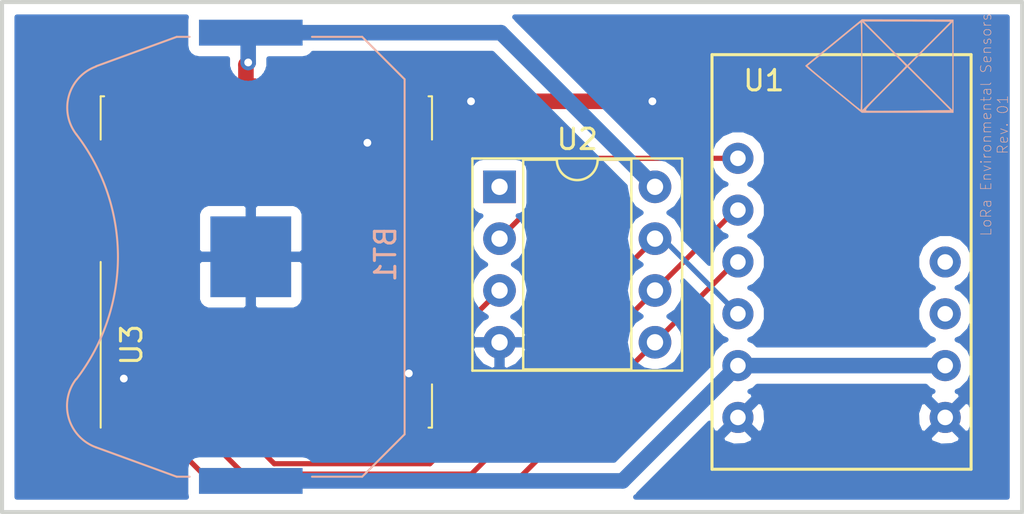
<source format=kicad_pcb>
(kicad_pcb (version 20171130) (host pcbnew "(5.0.1)-4")

  (general
    (thickness 1.6)
    (drawings 5)
    (tracks 49)
    (zones 0)
    (modules 5)
    (nets 19)
  )

  (page A4)
  (title_block
    (title "LoRa Environmental Sensors")
    (rev 01)
    (comment 2 creativecommons.org/licenses/by/4.0/)
    (comment 3 "License CC BY 4.0")
    (comment 4 "Author: Spielhuus")
  )

  (layers
    (0 F.Cu signal)
    (31 B.Cu signal hide)
    (32 B.Adhes user)
    (33 F.Adhes user)
    (34 B.Paste user)
    (35 F.Paste user)
    (36 B.SilkS user)
    (37 F.SilkS user)
    (38 B.Mask user)
    (39 F.Mask user)
    (40 Dwgs.User user)
    (41 Cmts.User user)
    (42 Eco1.User user)
    (43 Eco2.User user)
    (44 Edge.Cuts user)
    (45 Margin user)
    (46 B.CrtYd user)
    (47 F.CrtYd user)
    (48 B.Fab user)
    (49 F.Fab user)
  )

  (setup
    (last_trace_width 0.254)
    (user_trace_width 0.762)
    (trace_clearance 0.254)
    (zone_clearance 0.508)
    (zone_45_only no)
    (trace_min 0.1524)
    (segment_width 0.2)
    (edge_width 0.2)
    (via_size 0.762)
    (via_drill 0.381)
    (via_min_size 0.6858)
    (via_min_drill 0.3302)
    (uvia_size 0.3)
    (uvia_drill 0.1)
    (uvias_allowed no)
    (uvia_min_size 0.2)
    (uvia_min_drill 0.1)
    (pcb_text_width 0.3)
    (pcb_text_size 1.5 1.5)
    (mod_edge_width 0.15)
    (mod_text_size 1 1)
    (mod_text_width 0.15)
    (pad_size 1.524 1.524)
    (pad_drill 0.762)
    (pad_to_mask_clearance 0.0508)
    (solder_mask_min_width 0.25)
    (aux_axis_origin 0 0)
    (visible_elements 7FFFFFFF)
    (pcbplotparams
      (layerselection 0x010f0_ffffffff)
      (usegerberextensions true)
      (usegerberattributes false)
      (usegerberadvancedattributes false)
      (creategerberjobfile false)
      (excludeedgelayer true)
      (linewidth 0.100000)
      (plotframeref false)
      (viasonmask false)
      (mode 1)
      (useauxorigin false)
      (hpglpennumber 1)
      (hpglpenspeed 20)
      (hpglpendiameter 15.000000)
      (psnegative false)
      (psa4output false)
      (plotreference true)
      (plotvalue false)
      (plotinvisibletext false)
      (padsonsilk false)
      (subtractmaskfromsilk false)
      (outputformat 1)
      (mirror false)
      (drillshape 0)
      (scaleselection 1)
      (outputdirectory "gerbers/"))
  )

  (net 0 "")
  (net 1 GND)
  (net 2 VCC)
  (net 3 /MISO)
  (net 4 /SCK)
  (net 5 /MOSI)
  (net 6 /CS)
  (net 7 /NSS)
  (net 8 "Net-(U3-Pad6)")
  (net 9 "Net-(U3-Pad7)")
  (net 10 "Net-(U3-Pad9)")
  (net 11 "Net-(U3-Pad11)")
  (net 12 "Net-(U3-Pad12)")
  (net 13 "Net-(U3-Pad14)")
  (net 14 "Net-(U3-Pad15)")
  (net 15 "Net-(U3-Pad16)")
  (net 16 "Net-(U1-Pad3)")
  (net 17 "Net-(U1-Pad4)")
  (net 18 "Net-(U2-Pad1)")

  (net_class Default "This is the default net class."
    (clearance 0.254)
    (trace_width 0.254)
    (via_dia 0.762)
    (via_drill 0.381)
    (uvia_dia 0.3)
    (uvia_drill 0.1)
    (add_net /CS)
    (add_net /MISO)
    (add_net /MOSI)
    (add_net /NSS)
    (add_net /SCK)
    (add_net GND)
    (add_net "Net-(U1-Pad3)")
    (add_net "Net-(U1-Pad4)")
    (add_net "Net-(U2-Pad1)")
    (add_net "Net-(U3-Pad11)")
    (add_net "Net-(U3-Pad12)")
    (add_net "Net-(U3-Pad14)")
    (add_net "Net-(U3-Pad15)")
    (add_net "Net-(U3-Pad16)")
    (add_net "Net-(U3-Pad6)")
    (add_net "Net-(U3-Pad7)")
    (add_net "Net-(U3-Pad9)")
    (add_net VCC)
  )

  (net_class Current ""
    (clearance 0.254)
    (trace_width 0.762)
    (via_dia 0.762)
    (via_drill 0.381)
    (uvia_dia 0.3)
    (uvia_drill 0.1)
  )

  (module Package_DIP:DIP-8_W7.62mm_Socket (layer F.Cu) (tedit 5A02E8C5) (tstamp 5C05C43F)
    (at 152.527 74.041)
    (descr "8-lead though-hole mounted DIP package, row spacing 7.62 mm (300 mils), Socket")
    (tags "THT DIP DIL PDIP 2.54mm 7.62mm 300mil Socket")
    (path /5BE763EE)
    (fp_text reference U2 (at 3.81 -2.33) (layer F.SilkS)
      (effects (font (size 1 1) (thickness 0.15)))
    )
    (fp_text value ATtiny85-20SU (at 3.81 9.95) (layer F.Fab)
      (effects (font (size 1 1) (thickness 0.15)))
    )
    (fp_arc (start 3.81 -1.33) (end 2.81 -1.33) (angle -180) (layer F.SilkS) (width 0.12))
    (fp_line (start 1.635 -1.27) (end 6.985 -1.27) (layer F.Fab) (width 0.1))
    (fp_line (start 6.985 -1.27) (end 6.985 8.89) (layer F.Fab) (width 0.1))
    (fp_line (start 6.985 8.89) (end 0.635 8.89) (layer F.Fab) (width 0.1))
    (fp_line (start 0.635 8.89) (end 0.635 -0.27) (layer F.Fab) (width 0.1))
    (fp_line (start 0.635 -0.27) (end 1.635 -1.27) (layer F.Fab) (width 0.1))
    (fp_line (start -1.27 -1.33) (end -1.27 8.95) (layer F.Fab) (width 0.1))
    (fp_line (start -1.27 8.95) (end 8.89 8.95) (layer F.Fab) (width 0.1))
    (fp_line (start 8.89 8.95) (end 8.89 -1.33) (layer F.Fab) (width 0.1))
    (fp_line (start 8.89 -1.33) (end -1.27 -1.33) (layer F.Fab) (width 0.1))
    (fp_line (start 2.81 -1.33) (end 1.16 -1.33) (layer F.SilkS) (width 0.12))
    (fp_line (start 1.16 -1.33) (end 1.16 8.95) (layer F.SilkS) (width 0.12))
    (fp_line (start 1.16 8.95) (end 6.46 8.95) (layer F.SilkS) (width 0.12))
    (fp_line (start 6.46 8.95) (end 6.46 -1.33) (layer F.SilkS) (width 0.12))
    (fp_line (start 6.46 -1.33) (end 4.81 -1.33) (layer F.SilkS) (width 0.12))
    (fp_line (start -1.33 -1.39) (end -1.33 9.01) (layer F.SilkS) (width 0.12))
    (fp_line (start -1.33 9.01) (end 8.95 9.01) (layer F.SilkS) (width 0.12))
    (fp_line (start 8.95 9.01) (end 8.95 -1.39) (layer F.SilkS) (width 0.12))
    (fp_line (start 8.95 -1.39) (end -1.33 -1.39) (layer F.SilkS) (width 0.12))
    (fp_line (start -1.55 -1.6) (end -1.55 9.2) (layer F.CrtYd) (width 0.05))
    (fp_line (start -1.55 9.2) (end 9.15 9.2) (layer F.CrtYd) (width 0.05))
    (fp_line (start 9.15 9.2) (end 9.15 -1.6) (layer F.CrtYd) (width 0.05))
    (fp_line (start 9.15 -1.6) (end -1.55 -1.6) (layer F.CrtYd) (width 0.05))
    (fp_text user %R (at 3.81 3.81) (layer F.Fab)
      (effects (font (size 1 1) (thickness 0.15)))
    )
    (pad 1 thru_hole rect (at 0 0) (size 1.6 1.6) (drill 0.8) (layers *.Cu *.Mask)
      (net 18 "Net-(U2-Pad1)"))
    (pad 5 thru_hole oval (at 7.62 7.62) (size 1.6 1.6) (drill 0.8) (layers *.Cu *.Mask)
      (net 3 /MISO))
    (pad 2 thru_hole oval (at 0 2.54) (size 1.6 1.6) (drill 0.8) (layers *.Cu *.Mask)
      (net 6 /CS))
    (pad 6 thru_hole oval (at 7.62 5.08) (size 1.6 1.6) (drill 0.8) (layers *.Cu *.Mask)
      (net 5 /MOSI))
    (pad 3 thru_hole oval (at 0 5.08) (size 1.6 1.6) (drill 0.8) (layers *.Cu *.Mask)
      (net 7 /NSS))
    (pad 7 thru_hole oval (at 7.62 2.54) (size 1.6 1.6) (drill 0.8) (layers *.Cu *.Mask)
      (net 4 /SCK))
    (pad 4 thru_hole oval (at 0 7.62) (size 1.6 1.6) (drill 0.8) (layers *.Cu *.Mask)
      (net 1 GND))
    (pad 8 thru_hole oval (at 7.62 0) (size 1.6 1.6) (drill 0.8) (layers *.Cu *.Mask)
      (net 2 VCC))
    (model ${KISYS3DMOD}/Package_DIP.3dshapes/DIP-8_W7.62mm_Socket.wrl
      (at (xyz 0 0 0))
      (scale (xyz 1 1 1))
      (rotate (xyz 0 0 0))
    )
  )

  (module "SparfunBME280:Sparkfun bme280" (layer F.Cu) (tedit 5BF95FA2) (tstamp 5C10AC75)
    (at 169.291 77.724 180)
    (path /5BF9703C)
    (fp_text reference U1 (at 3.81 8.89 180) (layer F.SilkS)
      (effects (font (size 1 1) (thickness 0.15)))
    )
    (fp_text value BME280BreakoutBoard (at -2.54 0 270) (layer F.Fab)
      (effects (font (size 1 1) (thickness 0.15)))
    )
    (fp_line (start -6.35 10.16) (end -6.35 -10.16) (layer F.SilkS) (width 0.15))
    (fp_line (start 6.35 -10.16) (end 6.35 10.16) (layer F.SilkS) (width 0.15))
    (fp_line (start 6.35 -10.16) (end -6.35 -10.16) (layer F.SilkS) (width 0.15))
    (fp_line (start -6.35 10.16) (end 6.35 10.16) (layer F.SilkS) (width 0.15))
    (pad 1 thru_hole circle (at -5.08 -7.62 180) (size 1.524 1.524) (drill 0.762) (layers *.Cu *.Mask)
      (net 1 GND))
    (pad 2 thru_hole circle (at -5.08 -5.08 180) (size 1.524 1.524) (drill 0.762) (layers *.Cu *.Mask)
      (net 2 VCC))
    (pad 3 thru_hole circle (at -5.08 -2.54 180) (size 1.524 1.524) (drill 0.762) (layers *.Cu *.Mask)
      (net 16 "Net-(U1-Pad3)"))
    (pad 4 thru_hole circle (at -5.08 0 180) (size 1.524 1.524) (drill 0.762) (layers *.Cu *.Mask)
      (net 17 "Net-(U1-Pad4)"))
    (pad 6 thru_hole circle (at 5.08 -5.08 180) (size 1.524 1.524) (drill 0.762) (layers *.Cu *.Mask)
      (net 2 VCC))
    (pad 7 thru_hole circle (at 5.08 -2.54 180) (size 1.524 1.524) (drill 0.762) (layers *.Cu *.Mask)
      (net 4 /SCK))
    (pad 8 thru_hole circle (at 5.08 0 180) (size 1.524 1.524) (drill 0.762) (layers *.Cu *.Mask)
      (net 3 /MISO))
    (pad 9 thru_hole circle (at 5.08 2.54 180) (size 1.524 1.524) (drill 0.762) (layers *.Cu *.Mask)
      (net 5 /MOSI))
    (pad 10 thru_hole circle (at 5.08 5.08 180) (size 1.524 1.524) (drill 0.762) (layers *.Cu *.Mask)
      (net 6 /CS))
    (pad 5 thru_hole circle (at 5.08 -7.62 180) (size 1.524 1.524) (drill 0.762) (layers *.Cu *.Mask)
      (net 1 GND))
  )

  (module Battery:BatteryHolder_Keystone_3034_1x20mm (layer B.Cu) (tedit 595D9565) (tstamp 5BE9F554)
    (at 140.335 77.47 90)
    (descr "Keystone 3034 SMD battery holder for 2020, 2025 and 2032 coincell batteries. http://www.keyelco.com/product-pdf.cfm?p=798")
    (tags "Keystone type 3034 coin cell retainer")
    (path /5BE78F9D)
    (attr smd)
    (fp_text reference BT1 (at 0.127 6.604 90) (layer B.SilkS)
      (effects (font (size 1 1) (thickness 0.15)) (justify mirror))
    )
    (fp_text value Battery_Cell (at 0 -11.5 90) (layer B.Fab)
      (effects (font (size 1 1) (thickness 0.15)) (justify mirror))
    )
    (fp_text user %R (at 0 2.9 90) (layer B.Fab)
      (effects (font (size 1 1) (thickness 0.15)) (justify mirror))
    )
    (fp_circle (center 0 0) (end 0 -10.25) (layer Dwgs.User) (width 0.15))
    (fp_arc (start 0 -16.36) (end 6 -8.55) (angle 75.1) (layer B.SilkS) (width 0.1))
    (fp_arc (start -7.31 -6.85) (end -9.34 -7.58) (angle 107.5) (layer B.SilkS) (width 0.1))
    (fp_line (start -10.78 -3.63) (end -9.34 -7.58) (layer B.SilkS) (width 0.1))
    (fp_line (start -8.7 7.54) (end -10.78 5.46) (layer B.SilkS) (width 0.1))
    (fp_line (start 8.7 7.54) (end -8.7 7.54) (layer B.SilkS) (width 0.1))
    (fp_line (start 8.7 7.54) (end 10.78 5.46) (layer B.SilkS) (width 0.1))
    (fp_line (start 10.78 -3.63) (end 9.34 -7.58) (layer B.SilkS) (width 0.1))
    (fp_arc (start 7.31 -6.85) (end 6 -8.55) (angle 107.5) (layer B.SilkS) (width 0.1))
    (fp_line (start -10.78 5.46) (end -10.78 3) (layer B.SilkS) (width 0.1))
    (fp_line (start -10.78 -3) (end -10.78 -3.63) (layer B.SilkS) (width 0.1))
    (fp_line (start 10.78 5.46) (end 10.78 3) (layer B.SilkS) (width 0.1))
    (fp_line (start 10.78 -3) (end 10.78 -3.63) (layer B.SilkS) (width 0.1))
    (fp_line (start -9.19 -7.53) (end -10.63 -3.6) (layer B.Fab) (width 0.1))
    (fp_line (start -10.63 -3.6) (end -10.63 5.4) (layer B.Fab) (width 0.1))
    (fp_line (start -10.63 5.4) (end -8.64 7.39) (layer B.Fab) (width 0.1))
    (fp_line (start -8.64 7.39) (end 8.64 7.39) (layer B.Fab) (width 0.1))
    (fp_line (start 8.64 7.39) (end 10.63 5.4) (layer B.Fab) (width 0.1))
    (fp_line (start 10.63 5.4) (end 10.63 -3.6) (layer B.Fab) (width 0.1))
    (fp_line (start 10.63 -3.6) (end 9.19 -7.53) (layer B.Fab) (width 0.1))
    (fp_arc (start 7.31 -6.85) (end 6.1 -8.43) (angle 107.5) (layer B.Fab) (width 0.1))
    (fp_arc (start 0 -16.36) (end 6.1 -8.43) (angle 75.1) (layer B.Fab) (width 0.1))
    (fp_arc (start -7.31 -6.85) (end -9.19 -7.53) (angle 107.5) (layer B.Fab) (width 0.1))
    (fp_line (start 11.87 2.79) (end 10.88 2.79) (layer B.CrtYd) (width 0.05))
    (fp_line (start 10.88 2.79) (end 10.88 5.5) (layer B.CrtYd) (width 0.05))
    (fp_line (start 10.88 5.5) (end 8.74 7.64) (layer B.CrtYd) (width 0.05))
    (fp_line (start 8.74 7.64) (end 7.2 7.64) (layer B.CrtYd) (width 0.05))
    (fp_arc (start 0 0) (end 7.2 7.64) (angle 86.6) (layer B.CrtYd) (width 0.05))
    (fp_line (start -7.2 7.64) (end -8.74 7.64) (layer B.CrtYd) (width 0.05))
    (fp_line (start -8.74 7.64) (end -10.88 5.5) (layer B.CrtYd) (width 0.05))
    (fp_line (start -10.88 5.5) (end -10.88 2.79) (layer B.CrtYd) (width 0.05))
    (fp_line (start -10.88 2.79) (end -11.87 2.79) (layer B.CrtYd) (width 0.05))
    (fp_line (start -11.87 2.79) (end -11.87 -2.79) (layer B.CrtYd) (width 0.05))
    (fp_line (start -11.87 -2.79) (end -10.88 -2.79) (layer B.CrtYd) (width 0.05))
    (fp_line (start -10.88 -2.79) (end -10.88 -3.64) (layer B.CrtYd) (width 0.05))
    (fp_line (start -10.88 -3.64) (end -9.44 -7.62) (layer B.CrtYd) (width 0.05))
    (fp_arc (start -7.31 -6.85) (end -9.43 -7.62) (angle 106.9) (layer B.CrtYd) (width 0.05))
    (fp_arc (start 0 0) (end -5.96 -8.64) (angle 69.1) (layer B.CrtYd) (width 0.05))
    (fp_arc (start 7.31 -6.85) (end 5.96 -8.64) (angle 106.9) (layer B.CrtYd) (width 0.05))
    (fp_line (start 9.43 -7.63) (end 10.88 -3.64) (layer B.CrtYd) (width 0.05))
    (fp_line (start 10.88 -3.64) (end 10.88 -2.79) (layer B.CrtYd) (width 0.05))
    (fp_line (start 10.88 -2.79) (end 11.87 -2.79) (layer B.CrtYd) (width 0.05))
    (fp_line (start 11.87 -2.79) (end 11.87 2.79) (layer B.CrtYd) (width 0.05))
    (pad 2 smd rect (at 0 0 90) (size 3.96 3.96) (layers B.Cu B.Paste B.Mask)
      (net 1 GND))
    (pad 1 smd rect (at 10.985 0 90) (size 1.27 5.08) (layers B.Cu B.Paste B.Mask)
      (net 2 VCC))
    (pad 1 smd rect (at -10.985 0 90) (size 1.27 5.08) (layers B.Cu B.Paste B.Mask)
      (net 2 VCC))
    (model ${KISYS3DMOD}/Battery.3dshapes/BatteryHolder_Keystone_3034_1x20mm.wrl
      (at (xyz 0 0 0))
      (scale (xyz 1 1 1))
      (rotate (xyz 0 0 0))
    )
  )

  (module RF_Module:HOPERF_RFM9XW_SMD (layer F.Cu) (tedit 5A030172) (tstamp 5BE9F612)
    (at 141.097 77.724 90)
    (descr " Low Power Long Range Transceiver Module SMD-16 http://www.hoperf.com/upload/rf/RFM95_96_97_98W.pdf")
    (tags " Low Power Long Range Transceiver Module")
    (path /5BE4AF31)
    (attr smd)
    (fp_text reference U3 (at -4.064 -6.604 90) (layer F.SilkS)
      (effects (font (size 1 1) (thickness 0.15)))
    )
    (fp_text value RFM95W-868S2 (at 0 9.5 90) (layer F.Fab)
      (effects (font (size 1 1) (thickness 0.15)))
    )
    (fp_line (start -8 -8) (end 8 -8) (layer F.Fab) (width 0.12))
    (fp_line (start 8 8) (end 8 -8) (layer F.Fab) (width 0.12))
    (fp_line (start -8 8) (end 8 8) (layer F.Fab) (width 0.12))
    (fp_line (start -8 8) (end -8 -8) (layer F.Fab) (width 0.12))
    (fp_text user %R (at 0 0 90) (layer F.Fab)
      (effects (font (size 1 1) (thickness 0.15)))
    )
    (fp_line (start -8.12 -8.12) (end 0 -8.12) (layer F.SilkS) (width 0.1))
    (fp_line (start 6 8.12) (end 8.12 8.12) (layer F.SilkS) (width 0.1))
    (fp_line (start -9.45 -8.25) (end 9.45 -8.25) (layer F.CrtYd) (width 0.05))
    (fp_line (start 9.45 -8.25) (end 9.45 8.25) (layer F.CrtYd) (width 0.05))
    (fp_line (start -9.45 8.25) (end 9.45 8.25) (layer F.CrtYd) (width 0.05))
    (fp_line (start -9.45 8.25) (end -9.45 -8.25) (layer F.CrtYd) (width 0.05))
    (fp_line (start 8.12 8.12) (end 8.12 7.95) (layer F.SilkS) (width 0.1))
    (fp_line (start -8.12 8.12) (end -6 8.12) (layer F.SilkS) (width 0.1))
    (fp_line (start -8.12 8.12) (end -8.12 7.95) (layer F.SilkS) (width 0.1))
    (fp_line (start 6 -8.12) (end 8.12 -8.12) (layer F.SilkS) (width 0.1))
    (fp_line (start 8.12 -8.12) (end 8.12 -7.95) (layer F.SilkS) (width 0.1))
    (pad 1 smd rect (at -8 -7 90) (size 2 1) (layers F.Cu F.Paste F.Mask)
      (net 1 GND))
    (pad 2 smd rect (at -8 -5 90) (size 2 1) (layers F.Cu F.Paste F.Mask)
      (net 3 /MISO))
    (pad 3 smd rect (at -8 -3 90) (size 2 1) (layers F.Cu F.Paste F.Mask)
      (net 5 /MOSI))
    (pad 4 smd rect (at -8 -1 90) (size 2 1) (layers F.Cu F.Paste F.Mask)
      (net 4 /SCK))
    (pad 5 smd rect (at -8 1 90) (size 2 1) (layers F.Cu F.Paste F.Mask)
      (net 7 /NSS))
    (pad 6 smd rect (at -8 3 90) (size 2 1) (layers F.Cu F.Paste F.Mask)
      (net 8 "Net-(U3-Pad6)"))
    (pad 7 smd rect (at -8 5 90) (size 2 1) (layers F.Cu F.Paste F.Mask)
      (net 9 "Net-(U3-Pad7)"))
    (pad 8 smd rect (at -8 7 90) (size 2 1) (layers F.Cu F.Paste F.Mask)
      (net 1 GND))
    (pad 9 smd rect (at 8 7 90) (size 2 1) (layers F.Cu F.Paste F.Mask)
      (net 10 "Net-(U3-Pad9)"))
    (pad 10 smd rect (at 8 5 90) (size 2 1) (layers F.Cu F.Paste F.Mask)
      (net 1 GND))
    (pad 11 smd rect (at 8 3 90) (size 2 1) (layers F.Cu F.Paste F.Mask)
      (net 11 "Net-(U3-Pad11)"))
    (pad 12 smd rect (at 8 1 90) (size 2 1) (layers F.Cu F.Paste F.Mask)
      (net 12 "Net-(U3-Pad12)"))
    (pad 13 smd rect (at 8 -1 90) (size 2 1) (layers F.Cu F.Paste F.Mask)
      (net 2 VCC))
    (pad 14 smd rect (at 8 -3 90) (size 2 1) (layers F.Cu F.Paste F.Mask)
      (net 13 "Net-(U3-Pad14)"))
    (pad 15 smd rect (at 8 -5 90) (size 2 1) (layers F.Cu F.Paste F.Mask)
      (net 14 "Net-(U3-Pad15)"))
    (pad 16 smd rect (at 8 -7 90) (size 2 1) (layers F.Cu F.Paste F.Mask)
      (net 15 "Net-(U3-Pad16)"))
    (model ${KISYS3DMOD}/RF_Module.3dshapes/HOPERF_RFM9XW_SMD.wrl
      (at (xyz 0 0 0))
      (scale (xyz 1 1 1))
      (rotate (xyz 0 0 0))
    )
  )

  (module graphic:spielhuus (layer B.Cu) (tedit 0) (tstamp 5BFA6058)
    (at 171.069 68.072 270)
    (fp_text reference G*** (at 0 0 270) (layer B.SilkS) hide
      (effects (font (size 1.524 1.524) (thickness 0.3)) (justify mirror))
    )
    (fp_text value LOGO (at 0.75 0 270) (layer B.SilkS) hide
      (effects (font (size 1.524 1.524) (thickness 0.3)) (justify mirror))
    )
    (fp_poly (pts (xy 0.050473 3.546591) (xy 0.077317 3.522246) (xy 0.122823 3.473273) (xy 0.192984 3.3926)
      (xy 0.293791 3.273157) (xy 0.431237 3.107873) (xy 0.611312 2.889678) (xy 0.840008 2.611501)
      (xy 1.123318 2.26627) (xy 1.333151 2.01042) (xy 2.336102 0.7874) (xy 2.3368 -3.7084)
      (xy -2.227868 -3.7084) (xy -2.227966 -3.6576) (xy -2.107902 -3.6576) (xy 2.209501 -3.6576)
      (xy 1.13015 -2.578249) (xy 0.0508 -1.498898) (xy -2.107902 -3.6576) (xy -2.227966 -3.6576)
      (xy -2.232221 -1.4605) (xy -2.232269 -1.435553) (xy -2.1336 -1.435553) (xy -2.133296 -1.888592)
      (xy -2.132427 -2.308526) (xy -2.131058 -2.684828) (xy -2.129255 -3.006972) (xy -2.127083 -3.264431)
      (xy -2.124607 -3.446678) (xy -2.121892 -3.543185) (xy -2.120447 -3.556) (xy -2.082641 -3.521497)
      (xy -1.982127 -3.423922) (xy -1.827908 -3.272174) (xy -1.628988 -3.075154) (xy -1.39437 -2.841762)
      (xy -1.133057 -2.580897) (xy -1.053642 -2.501451) (xy 0.00001 -1.446903) (xy 0.101589 -1.446903)
      (xy 1.155694 -2.501945) (xy 2.2098 -3.556987) (xy 2.2352 -1.587993) (xy 2.240381 -1.144828)
      (xy 2.24422 -0.729014) (xy 2.246681 -0.352573) (xy 2.24773 -0.027529) (xy 2.247331 0.234095)
      (xy 2.245451 0.420275) (xy 2.242054 0.518988) (xy 2.241304 0.526357) (xy 2.232378 0.564563)
      (xy 2.212772 0.582152) (xy 2.174789 0.572606) (xy 2.110733 0.529409) (xy 2.012905 0.446043)
      (xy 1.873608 0.315993) (xy 1.685146 0.132741) (xy 1.43982 -0.110229) (xy 1.161798 -0.387595)
      (xy 0.101589 -1.446903) (xy 0.00001 -1.446903) (xy -2.1336 0.684893) (xy -2.1336 -1.435553)
      (xy -2.232269 -1.435553) (xy -2.236525 0.762) (xy -2.107293 0.762) (xy -1.0414 -0.3048)
      (xy -0.77183 -0.573747) (xy -0.525562 -0.817812) (xy -0.311674 -1.028128) (xy -0.139244 -1.195828)
      (xy -0.01735 -1.312046) (xy 0.04493 -1.367915) (xy 0.0508 -1.3716) (xy 0.091959 -1.337042)
      (xy 0.195655 -1.239282) (xy 0.352809 -1.087186) (xy 0.554343 -0.889619) (xy 0.791179 -0.65545)
      (xy 1.054239 -0.393544) (xy 1.143 -0.3048) (xy 2.208892 0.762) (xy -2.107293 0.762)
      (xy -2.236525 0.762) (xy -2.236575 0.7874) (xy -2.194604 0.838627) (xy -2.0828 0.838627)
      (xy -2.03375 0.833125) (xy -1.893594 0.828024) (xy -1.672827 0.823451) (xy -1.381943 0.819531)
      (xy -1.031437 0.816393) (xy -0.631804 0.814164) (xy -0.193536 0.81297) (xy 0.0508 0.8128)
      (xy 0.505286 0.813507) (xy 0.926701 0.815525) (xy 1.304549 0.818703) (xy 1.628336 0.822892)
      (xy 1.887569 0.827939) (xy 2.071753 0.833693) (xy 2.170392 0.840003) (xy 2.1844 0.843521)
      (xy 2.153955 0.893497) (xy 2.072296 1.002041) (xy 1.953933 1.150248) (xy 1.882271 1.237221)
      (xy 1.751675 1.394915) (xy 1.573554 1.611118) (xy 1.364553 1.865568) (xy 1.141315 2.138005)
      (xy 0.937272 2.3876) (xy 0.731699 2.638374) (xy 0.539933 2.870421) (xy 0.374252 3.069033)
      (xy 0.246931 3.219499) (xy 0.170247 3.30711) (xy 0.166238 3.311422) (xy 0.038074 3.447843)
      (xy -0.450863 2.848579) (xy -0.662547 2.589658) (xy -0.912727 2.284479) (xy -1.175123 1.965052)
      (xy -1.423454 1.663391) (xy -1.5113 1.556884) (xy -1.695878 1.331859) (xy -1.855637 1.134435)
      (xy -1.980206 0.97765) (xy -2.059208 0.874542) (xy -2.0828 0.838627) (xy -2.194604 0.838627)
      (xy -1.11279 2.159) (xy -0.850136 2.479501) (xy -0.608262 2.774503) (xy -0.394615 3.034935)
      (xy -0.216644 3.251724) (xy -0.081795 3.415797) (xy 0.002483 3.518081) (xy 0.028809 3.549679)
      (xy 0.036301 3.553379) (xy 0.050473 3.546591)) (layer B.SilkS) (width 0.01))
  )

  (gr_text "LoRa Environmental Sensors\nRev. 01" (at 176.784 70.993 90) (layer B.SilkS)
    (effects (font (size 0.508 0.508) (thickness 0.03175)))
  )
  (gr_line (start 178.143 64.984) (end 128.143 64.984) (layer Edge.Cuts) (width 0.2))
  (gr_line (start 178.143 64.984) (end 178.143 89.984) (layer Edge.Cuts) (width 0.2))
  (gr_line (start 128.143 89.984) (end 178.143 89.984) (layer Edge.Cuts) (width 0.2))
  (gr_line (start 128.143 64.984) (end 128.143 89.984) (layer Edge.Cuts) (width 0.2))

  (via (at 134.112 83.439) (size 0.762) (drill 0.381) (layers F.Cu B.Cu) (net 1))
  (segment (start 134.097 85.724) (end 134.097 83.454) (width 0.762) (layer F.Cu) (net 1))
  (segment (start 134.097 83.454) (end 134.112 83.439) (width 0.762) (layer F.Cu) (net 1))
  (via (at 148.082 83.185) (size 0.762) (drill 0.381) (layers F.Cu B.Cu) (net 1))
  (segment (start 148.097 85.724) (end 148.097 83.2) (width 0.762) (layer F.Cu) (net 1))
  (segment (start 148.097 83.2) (end 148.082 83.185) (width 0.762) (layer F.Cu) (net 1))
  (via (at 146.05 71.882) (size 0.762) (drill 0.381) (layers F.Cu B.Cu) (net 1))
  (segment (start 146.097 69.724) (end 146.097 71.835) (width 0.762) (layer F.Cu) (net 1))
  (segment (start 146.097 71.835) (end 146.05 71.882) (width 0.762) (layer F.Cu) (net 1))
  (via (at 151.13 69.85) (size 0.762) (drill 0.381) (layers F.Cu B.Cu) (net 1))
  (via (at 160.02 69.85) (size 0.762) (drill 0.381) (layers F.Cu B.Cu) (net 1))
  (segment (start 151.13 69.85) (end 160.02 69.85) (width 0.762) (layer F.Cu) (net 1))
  (segment (start 143.129 66.485) (end 140.335 66.485) (width 0.254) (layer B.Cu) (net 2))
  (segment (start 158.56 88.455) (end 164.211 82.804) (width 0.762) (layer B.Cu) (net 2))
  (segment (start 140.335 88.455) (end 158.56 88.455) (width 0.762) (layer B.Cu) (net 2))
  (segment (start 164.211 82.804) (end 174.371 82.804) (width 0.762) (layer B.Cu) (net 2))
  (via (at 140.208 67.945) (size 0.762) (drill 0.381) (layers F.Cu B.Cu) (net 2))
  (segment (start 140.097 69.724) (end 140.097 68.056) (width 0.762) (layer F.Cu) (net 2))
  (segment (start 140.097 68.056) (end 140.208 67.945) (width 0.762) (layer F.Cu) (net 2))
  (segment (start 140.208 66.612) (end 140.335 66.485) (width 0.762) (layer B.Cu) (net 2))
  (segment (start 140.208 67.945) (end 140.208 66.612) (width 0.762) (layer B.Cu) (net 2))
  (segment (start 152.591 66.485) (end 160.147 74.041) (width 0.762) (layer B.Cu) (net 2))
  (segment (start 140.335 66.485) (end 152.591 66.485) (width 0.762) (layer B.Cu) (net 2))
  (segment (start 164.084 77.724) (end 164.211 77.724) (width 0.254) (layer F.Cu) (net 3))
  (segment (start 160.147 81.661) (end 164.084 77.724) (width 0.254) (layer F.Cu) (net 3))
  (segment (start 136.097 86.224) (end 136.097 85.724) (width 0.254) (layer F.Cu) (net 3))
  (segment (start 138.502031 88.629031) (end 136.097 86.224) (width 0.254) (layer F.Cu) (net 3))
  (segment (start 153.178969 88.629031) (end 138.502031 88.629031) (width 0.254) (layer F.Cu) (net 3))
  (segment (start 160.147 81.661) (end 153.178969 88.629031) (width 0.254) (layer F.Cu) (net 3))
  (segment (start 160.782 76.835) (end 160.782 76.581) (width 0.254) (layer B.Cu) (net 4))
  (segment (start 164.211 80.264) (end 160.782 76.835) (width 0.254) (layer B.Cu) (net 4))
  (segment (start 140.097 86.224) (end 140.097 85.724) (width 0.254) (layer F.Cu) (net 4))
  (segment (start 141.486011 87.613011) (end 140.097 86.224) (width 0.254) (layer F.Cu) (net 4))
  (segment (start 149.114989 87.613011) (end 141.486011 87.613011) (width 0.254) (layer F.Cu) (net 4))
  (segment (start 160.147 76.581) (end 149.114989 87.613011) (width 0.254) (layer F.Cu) (net 4))
  (segment (start 164.084 75.184) (end 164.211 75.184) (width 0.254) (layer F.Cu) (net 5))
  (segment (start 160.147 79.121) (end 164.084 75.184) (width 0.254) (layer F.Cu) (net 5))
  (segment (start 138.097 86.224) (end 138.097 85.724) (width 0.254) (layer F.Cu) (net 5))
  (segment (start 139.994021 88.121021) (end 138.097 86.224) (width 0.254) (layer F.Cu) (net 5))
  (segment (start 151.146979 88.121021) (end 139.994021 88.121021) (width 0.254) (layer F.Cu) (net 5))
  (segment (start 160.147 79.121) (end 151.146979 88.121021) (width 0.254) (layer F.Cu) (net 5))
  (segment (start 156.464 72.644) (end 164.211 72.644) (width 0.254) (layer F.Cu) (net 6))
  (segment (start 152.527 76.581) (end 156.464 72.644) (width 0.254) (layer F.Cu) (net 6))
  (segment (start 152.527 79.121) (end 150.241 81.407) (width 0.254) (layer F.Cu) (net 7))
  (segment (start 142.097 86.978) (end 142.097 85.724) (width 0.254) (layer F.Cu) (net 7))
  (segment (start 142.224001 87.105001) (end 142.097 86.978) (width 0.254) (layer F.Cu) (net 7))
  (segment (start 150.241 85.765802) (end 148.901801 87.105001) (width 0.254) (layer F.Cu) (net 7))
  (segment (start 148.901801 87.105001) (end 142.224001 87.105001) (width 0.254) (layer F.Cu) (net 7))
  (segment (start 150.241 81.407) (end 150.241 85.765802) (width 0.254) (layer F.Cu) (net 7))

  (zone (net 1) (net_name GND) (layer B.Cu) (tstamp 5BFA9C17) (hatch edge 0.508)
    (connect_pads (clearance 0.508))
    (min_thickness 0.254)
    (fill yes (arc_segments 16) (thermal_gap 0.508) (thermal_bridge_width 0.508))
    (polygon
      (pts
        (xy 127 90.17) (xy 179.07 90.17) (xy 179.07 63.5) (xy 127 63.5)
      )
    )
    (filled_polygon
      (pts
        (xy 137.14756 65.85) (xy 137.14756 67.12) (xy 137.196843 67.367765) (xy 137.337191 67.577809) (xy 137.547235 67.718157)
        (xy 137.795 67.76744) (xy 139.192 67.76744) (xy 139.192 68.147095) (xy 139.231045 68.24136) (xy 139.250949 68.341422)
        (xy 139.307629 68.42625) (xy 139.346676 68.520518) (xy 139.418825 68.592667) (xy 139.475505 68.677495) (xy 139.560334 68.734176)
        (xy 139.632482 68.806324) (xy 139.726748 68.84537) (xy 139.811577 68.902051) (xy 139.911641 68.921955) (xy 140.005905 68.961)
        (xy 140.107935 68.961) (xy 140.208 68.980904) (xy 140.308064 68.961) (xy 140.410095 68.961) (xy 140.504359 68.921955)
        (xy 140.604422 68.902051) (xy 140.68925 68.845371) (xy 140.783518 68.806324) (xy 140.855667 68.734175) (xy 140.940495 68.677495)
        (xy 140.997176 68.592666) (xy 141.069324 68.520518) (xy 141.10837 68.426252) (xy 141.165051 68.341423) (xy 141.184955 68.241359)
        (xy 141.224 68.147095) (xy 141.224 67.76744) (xy 142.875 67.76744) (xy 143.122765 67.718157) (xy 143.332809 67.577809)
        (xy 143.384132 67.501) (xy 152.17016 67.501) (xy 158.688246 74.019087) (xy 158.683887 74.041) (xy 158.79526 74.600909)
        (xy 159.112423 75.075577) (xy 159.464758 75.311) (xy 159.112423 75.546423) (xy 158.79526 76.021091) (xy 158.683887 76.581)
        (xy 158.79526 77.140909) (xy 159.112423 77.615577) (xy 159.464758 77.851) (xy 159.112423 78.086423) (xy 158.79526 78.561091)
        (xy 158.683887 79.121) (xy 158.79526 79.680909) (xy 159.112423 80.155577) (xy 159.464758 80.391) (xy 159.112423 80.626423)
        (xy 158.79526 81.101091) (xy 158.683887 81.661) (xy 158.79526 82.220909) (xy 159.112423 82.695577) (xy 159.587091 83.01274)
        (xy 160.005667 83.096) (xy 160.288333 83.096) (xy 160.706909 83.01274) (xy 161.181577 82.695577) (xy 161.49874 82.220909)
        (xy 161.610113 81.661) (xy 161.49874 81.101091) (xy 161.181577 80.626423) (xy 160.829242 80.391) (xy 161.181577 80.155577)
        (xy 161.49874 79.680909) (xy 161.610113 79.121) (xy 161.515694 78.646324) (xy 162.826152 79.956782) (xy 162.814 79.986119)
        (xy 162.814 80.541881) (xy 163.02668 81.055337) (xy 163.419663 81.44832) (xy 163.626513 81.534) (xy 163.419663 81.61968)
        (xy 163.02668 82.012663) (xy 162.814 82.526119) (xy 162.814 82.764159) (xy 158.13916 87.439) (xy 143.384132 87.439)
        (xy 143.332809 87.362191) (xy 143.122765 87.221843) (xy 142.875 87.17256) (xy 137.795 87.17256) (xy 137.547235 87.221843)
        (xy 137.337191 87.362191) (xy 137.196843 87.572235) (xy 137.14756 87.82) (xy 137.14756 89.09) (xy 137.179187 89.249)
        (xy 128.878 89.249) (xy 128.878 82.010039) (xy 151.135096 82.010039) (xy 151.295959 82.398423) (xy 151.671866 82.813389)
        (xy 152.177959 83.052914) (xy 152.4 82.931629) (xy 152.4 81.788) (xy 152.654 81.788) (xy 152.654 82.931629)
        (xy 152.876041 83.052914) (xy 153.382134 82.813389) (xy 153.758041 82.398423) (xy 153.918904 82.010039) (xy 153.796915 81.788)
        (xy 152.654 81.788) (xy 152.4 81.788) (xy 151.257085 81.788) (xy 151.135096 82.010039) (xy 128.878 82.010039)
        (xy 128.878 77.75575) (xy 137.72 77.75575) (xy 137.72 79.576309) (xy 137.816673 79.809698) (xy 137.995301 79.988327)
        (xy 138.22869 80.085) (xy 140.04925 80.085) (xy 140.208 79.92625) (xy 140.208 77.597) (xy 140.462 77.597)
        (xy 140.462 79.92625) (xy 140.62075 80.085) (xy 142.44131 80.085) (xy 142.674699 79.988327) (xy 142.853327 79.809698)
        (xy 142.95 79.576309) (xy 142.95 77.75575) (xy 142.79125 77.597) (xy 140.462 77.597) (xy 140.208 77.597)
        (xy 137.87875 77.597) (xy 137.72 77.75575) (xy 128.878 77.75575) (xy 128.878 75.363691) (xy 137.72 75.363691)
        (xy 137.72 77.18425) (xy 137.87875 77.343) (xy 140.208 77.343) (xy 140.208 75.01375) (xy 140.462 75.01375)
        (xy 140.462 77.343) (xy 142.79125 77.343) (xy 142.95 77.18425) (xy 142.95 76.581) (xy 151.063887 76.581)
        (xy 151.17526 77.140909) (xy 151.492423 77.615577) (xy 151.844758 77.851) (xy 151.492423 78.086423) (xy 151.17526 78.561091)
        (xy 151.063887 79.121) (xy 151.17526 79.680909) (xy 151.492423 80.155577) (xy 151.876108 80.411947) (xy 151.671866 80.508611)
        (xy 151.295959 80.923577) (xy 151.135096 81.311961) (xy 151.257085 81.534) (xy 152.4 81.534) (xy 152.4 81.514)
        (xy 152.654 81.514) (xy 152.654 81.534) (xy 153.796915 81.534) (xy 153.918904 81.311961) (xy 153.758041 80.923577)
        (xy 153.382134 80.508611) (xy 153.177892 80.411947) (xy 153.561577 80.155577) (xy 153.87874 79.680909) (xy 153.990113 79.121)
        (xy 153.87874 78.561091) (xy 153.561577 78.086423) (xy 153.209242 77.851) (xy 153.561577 77.615577) (xy 153.87874 77.140909)
        (xy 153.990113 76.581) (xy 153.87874 76.021091) (xy 153.561577 75.546423) (xy 153.440894 75.465785) (xy 153.574765 75.439157)
        (xy 153.784809 75.298809) (xy 153.925157 75.088765) (xy 153.97444 74.841) (xy 153.97444 73.241) (xy 153.925157 72.993235)
        (xy 153.784809 72.783191) (xy 153.574765 72.642843) (xy 153.327 72.59356) (xy 151.727 72.59356) (xy 151.479235 72.642843)
        (xy 151.269191 72.783191) (xy 151.128843 72.993235) (xy 151.07956 73.241) (xy 151.07956 74.841) (xy 151.128843 75.088765)
        (xy 151.269191 75.298809) (xy 151.479235 75.439157) (xy 151.613106 75.465785) (xy 151.492423 75.546423) (xy 151.17526 76.021091)
        (xy 151.063887 76.581) (xy 142.95 76.581) (xy 142.95 75.363691) (xy 142.853327 75.130302) (xy 142.674699 74.951673)
        (xy 142.44131 74.855) (xy 140.62075 74.855) (xy 140.462 75.01375) (xy 140.208 75.01375) (xy 140.04925 74.855)
        (xy 138.22869 74.855) (xy 137.995301 74.951673) (xy 137.816673 75.130302) (xy 137.72 75.363691) (xy 128.878 75.363691)
        (xy 128.878 65.719) (xy 137.173617 65.719)
      )
    )
    (filled_polygon
      (pts
        (xy 177.408001 89.249) (xy 159.200446 89.249) (xy 159.292495 89.187495) (xy 159.34918 89.10266) (xy 162.127627 86.324213)
        (xy 163.410392 86.324213) (xy 163.479857 86.566397) (xy 164.003302 86.753144) (xy 164.558368 86.725362) (xy 164.942143 86.566397)
        (xy 165.011608 86.324213) (xy 173.570392 86.324213) (xy 173.639857 86.566397) (xy 174.163302 86.753144) (xy 174.718368 86.725362)
        (xy 175.102143 86.566397) (xy 175.171608 86.324213) (xy 174.371 85.523605) (xy 173.570392 86.324213) (xy 165.011608 86.324213)
        (xy 164.211 85.523605) (xy 163.410392 86.324213) (xy 162.127627 86.324213) (xy 162.826341 85.625499) (xy 162.829638 85.691368)
        (xy 162.988603 86.075143) (xy 163.230787 86.144608) (xy 164.031395 85.344) (xy 164.390605 85.344) (xy 165.191213 86.144608)
        (xy 165.433397 86.075143) (xy 165.620144 85.551698) (xy 165.599353 85.136302) (xy 172.961856 85.136302) (xy 172.989638 85.691368)
        (xy 173.148603 86.075143) (xy 173.390787 86.144608) (xy 174.191395 85.344) (xy 174.550605 85.344) (xy 175.351213 86.144608)
        (xy 175.593397 86.075143) (xy 175.780144 85.551698) (xy 175.752362 84.996632) (xy 175.593397 84.612857) (xy 175.351213 84.543392)
        (xy 174.550605 85.344) (xy 174.191395 85.344) (xy 173.390787 84.543392) (xy 173.148603 84.612857) (xy 172.961856 85.136302)
        (xy 165.599353 85.136302) (xy 165.592362 84.996632) (xy 165.433397 84.612857) (xy 165.191213 84.543392) (xy 164.390605 85.344)
        (xy 164.031395 85.344) (xy 164.017253 85.329858) (xy 164.196858 85.150253) (xy 164.211 85.164395) (xy 165.011608 84.363787)
        (xy 164.942143 84.121603) (xy 164.801607 84.071465) (xy 165.002337 83.98832) (xy 165.170657 83.82) (xy 173.411343 83.82)
        (xy 173.579663 83.98832) (xy 173.770647 84.067428) (xy 173.639857 84.121603) (xy 173.570392 84.363787) (xy 174.371 85.164395)
        (xy 175.171608 84.363787) (xy 175.102143 84.121603) (xy 174.961607 84.071465) (xy 175.162337 83.98832) (xy 175.55532 83.595337)
        (xy 175.768 83.081881) (xy 175.768 82.526119) (xy 175.55532 82.012663) (xy 175.162337 81.61968) (xy 174.955487 81.534)
        (xy 175.162337 81.44832) (xy 175.55532 81.055337) (xy 175.768 80.541881) (xy 175.768 79.986119) (xy 175.55532 79.472663)
        (xy 175.162337 79.07968) (xy 174.955487 78.994) (xy 175.162337 78.90832) (xy 175.55532 78.515337) (xy 175.768 78.001881)
        (xy 175.768 77.446119) (xy 175.55532 76.932663) (xy 175.162337 76.53968) (xy 174.648881 76.327) (xy 174.093119 76.327)
        (xy 173.579663 76.53968) (xy 173.18668 76.932663) (xy 172.974 77.446119) (xy 172.974 78.001881) (xy 173.18668 78.515337)
        (xy 173.579663 78.90832) (xy 173.786513 78.994) (xy 173.579663 79.07968) (xy 173.18668 79.472663) (xy 172.974 79.986119)
        (xy 172.974 80.541881) (xy 173.18668 81.055337) (xy 173.579663 81.44832) (xy 173.786513 81.534) (xy 173.579663 81.61968)
        (xy 173.411343 81.788) (xy 165.170657 81.788) (xy 165.002337 81.61968) (xy 164.795487 81.534) (xy 165.002337 81.44832)
        (xy 165.39532 81.055337) (xy 165.608 80.541881) (xy 165.608 79.986119) (xy 165.39532 79.472663) (xy 165.002337 79.07968)
        (xy 164.795487 78.994) (xy 165.002337 78.90832) (xy 165.39532 78.515337) (xy 165.608 78.001881) (xy 165.608 77.446119)
        (xy 165.39532 76.932663) (xy 165.002337 76.53968) (xy 164.795487 76.454) (xy 165.002337 76.36832) (xy 165.39532 75.975337)
        (xy 165.608 75.461881) (xy 165.608 74.906119) (xy 165.39532 74.392663) (xy 165.002337 73.99968) (xy 164.795487 73.914)
        (xy 165.002337 73.82832) (xy 165.39532 73.435337) (xy 165.608 72.921881) (xy 165.608 72.366119) (xy 165.39532 71.852663)
        (xy 165.002337 71.45968) (xy 164.488881 71.247) (xy 163.933119 71.247) (xy 163.419663 71.45968) (xy 163.02668 71.852663)
        (xy 162.814 72.366119) (xy 162.814 72.921881) (xy 163.02668 73.435337) (xy 163.419663 73.82832) (xy 163.626513 73.914)
        (xy 163.419663 73.99968) (xy 163.02668 74.392663) (xy 162.814 74.906119) (xy 162.814 75.461881) (xy 163.02668 75.975337)
        (xy 163.419663 76.36832) (xy 163.626513 76.454) (xy 163.419663 76.53968) (xy 163.02668 76.932663) (xy 162.814 77.446119)
        (xy 162.814 77.78937) (xy 161.609369 76.584739) (xy 161.610113 76.581) (xy 161.49874 76.021091) (xy 161.181577 75.546423)
        (xy 160.829242 75.311) (xy 161.181577 75.075577) (xy 161.49874 74.600909) (xy 161.610113 74.041) (xy 161.49874 73.481091)
        (xy 161.181577 73.006423) (xy 160.706909 72.68926) (xy 160.288333 72.606) (xy 160.148841 72.606) (xy 153.38018 65.83734)
        (xy 153.323495 65.752505) (xy 153.273351 65.719) (xy 177.408 65.719)
      )
    )
  )
)

</source>
